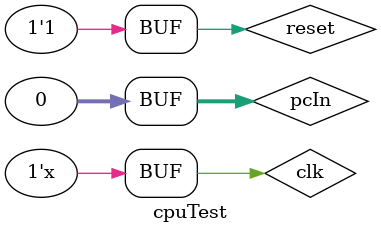
<source format=v>
`timescale 1ns / 1ps
module cpuTest(
 );
  reg clk;
  reg reset;
  wire [31:0] pcIn,pcOut,PC4;
//choose pc
  wire [31:0]jumpAddress,immeExtend,pcReslut;
  //ins memory
  wire [31:0] IAddr,IDataOut;
  //register file
  wire [4:0]rs, rt, rd,sa;
  wire [31:0]readData1,readData2, writeData,WriteReg;
  //control unit
  wire [5:0]op;
  wire [1:0] PcSrc;
  wire RegWre, ALUSrcB,InsMemRw, ExtSel, RegDst, PCWre,mRD, mWR, DBDataSrc;
  wire [2:0] ALUOp;
//extend
  wire [15:0] immediate;
  wire [31:0] extendResult;
  //dataMemory
  wire [31:0] DataOut;
  //ALU
  wire zero,ALUreslut;
  wire [31:0]rega,regb;

CPU cpu(clk,reset,pcIn,pcOut,PC4,jumpAddress,immeExtend,pcReslut,IAddr,IDataOut,rs,rt,rd,sa,readData1,readData2,writeData,WriteReg,op,PcSrc,RegWre,ALUSrcB,InsMemRw,ExtSel,RegDst,PCWre,mRD,mWR,DBDataSrc,ALUOp,immediate,extendResult,DataOut,zero,ALUreslut,rega,regb);
always begin
   #5  clk =~ clk;
end

initial begin
  clk = 0;
  reset = 0;
  # 100 reset = 1;
  pcIn =0;
end
endmodule

</source>
